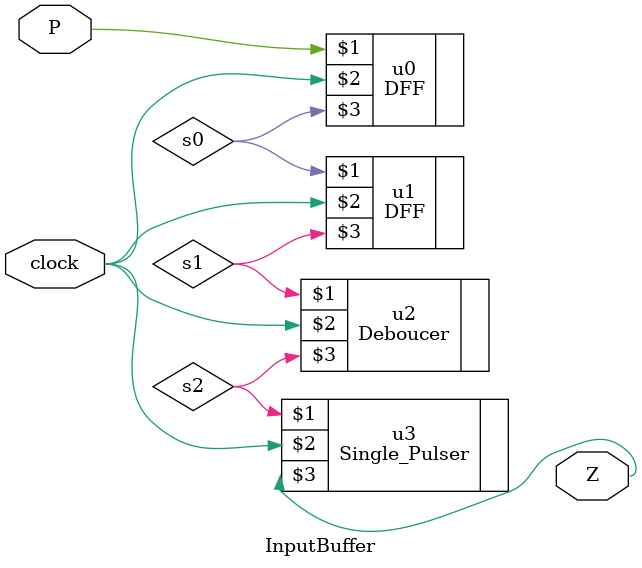
<source format=v>
`timescale 1ns / 1ps


module InputBuffer(
    input wire P,
    input wire clock,
    output wire Z
    );
    wire s0,s1,s2;
    DFF u0(P,clock,s0);
    DFF u1(s0,clock,s1);
    Deboucer u2(s1,clock,s2);
    Single_Pulser u3(s2,clock,Z);
endmodule

</source>
